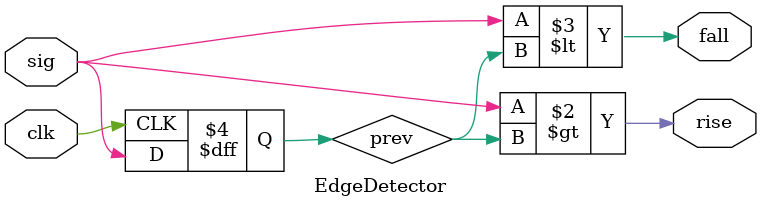
<source format=v>
module EdgeDetector(
		input sig,
		input clk,
		output rise,
		output fall
		);
	
	/*
	Detects rising and falling edges and asserts on rise / fall outputs
	*/
	
	reg prev; // Store previous state

	always @(posedge clk) begin
		prev <= sig;
		end
	
	assign rise = sig > prev;
	assign fall = sig < prev;
	
	endmodule	

</source>
